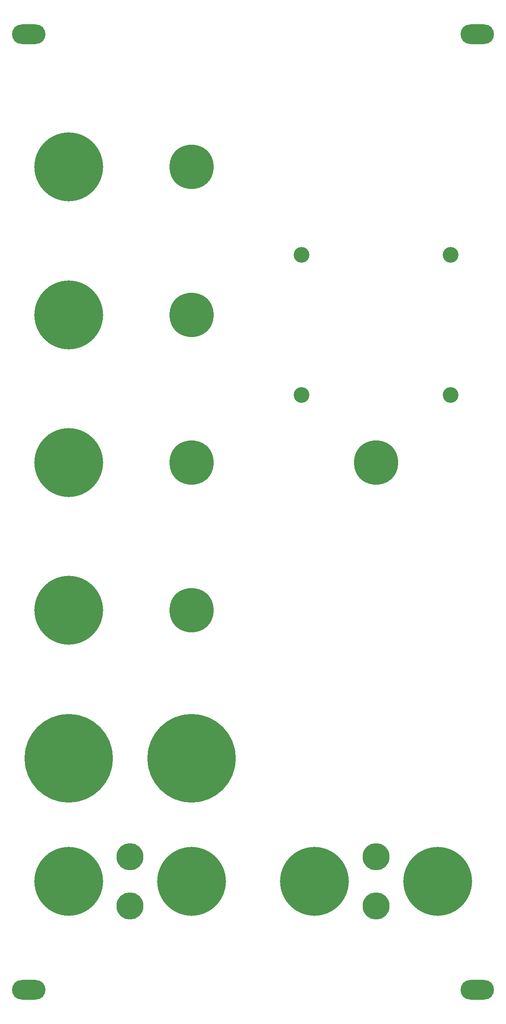
<source format=gbr>
G04 #@! TF.GenerationSoftware,KiCad,Pcbnew,5.1.10-88a1d61d58~90~ubuntu20.04.1*
G04 #@! TF.CreationDate,2021-10-03T08:03:09-04:00*
G04 #@! TF.ProjectId,gearseq_panel,67656172-7365-4715-9f70-616e656c2e6b,rev?*
G04 #@! TF.SameCoordinates,Original*
G04 #@! TF.FileFunction,Soldermask,Top*
G04 #@! TF.FilePolarity,Negative*
%FSLAX46Y46*%
G04 Gerber Fmt 4.6, Leading zero omitted, Abs format (unit mm)*
G04 Created by KiCad (PCBNEW 5.1.10-88a1d61d58~90~ubuntu20.04.1) date 2021-10-03 08:03:09*
%MOMM*%
%LPD*%
G01*
G04 APERTURE LIST*
%ADD10C,9.000000*%
%ADD11C,14.000000*%
%ADD12C,18.000000*%
%ADD13C,3.200000*%
%ADD14C,5.500000*%
%ADD15O,6.800000X4.000000*%
G04 APERTURE END LIST*
D10*
X75000000Y-90000000D03*
D11*
X12500000Y-90000000D03*
D12*
X12500000Y-150000000D03*
X37500000Y-150000000D03*
D13*
X90169000Y-76300000D03*
X59831000Y-76300000D03*
X90169000Y-47800000D03*
X59831000Y-47800000D03*
D14*
X75000000Y-180000000D03*
X25000000Y-180000000D03*
X75000000Y-170000000D03*
X25000000Y-170000000D03*
D11*
X87500000Y-175000000D03*
X62500000Y-175000000D03*
X12500000Y-30000000D03*
X12500000Y-60000000D03*
X37500000Y-175000000D03*
X12500000Y-175000000D03*
X12500000Y-120000000D03*
D10*
X37500000Y-90000000D03*
X37500000Y-60000000D03*
X37500000Y-30000000D03*
X37500000Y-120000000D03*
D15*
X95600000Y-3000000D03*
X95600000Y-197000000D03*
X4400000Y-3000000D03*
X4400000Y-197000000D03*
M02*

</source>
